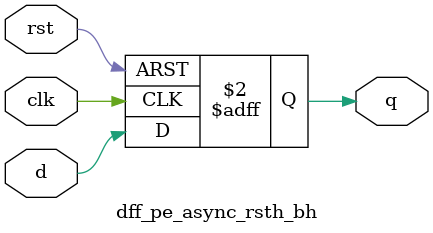
<source format=v>

module dff_pe_async_rsth_bh(q,d,clk,rst);

input		d,clk,rst;
output	reg	q;

always @(posedge clk or posedge rst)
	if(rst)
		q <= 1'b0;
	else
		q <= d;

endmodule
</source>
